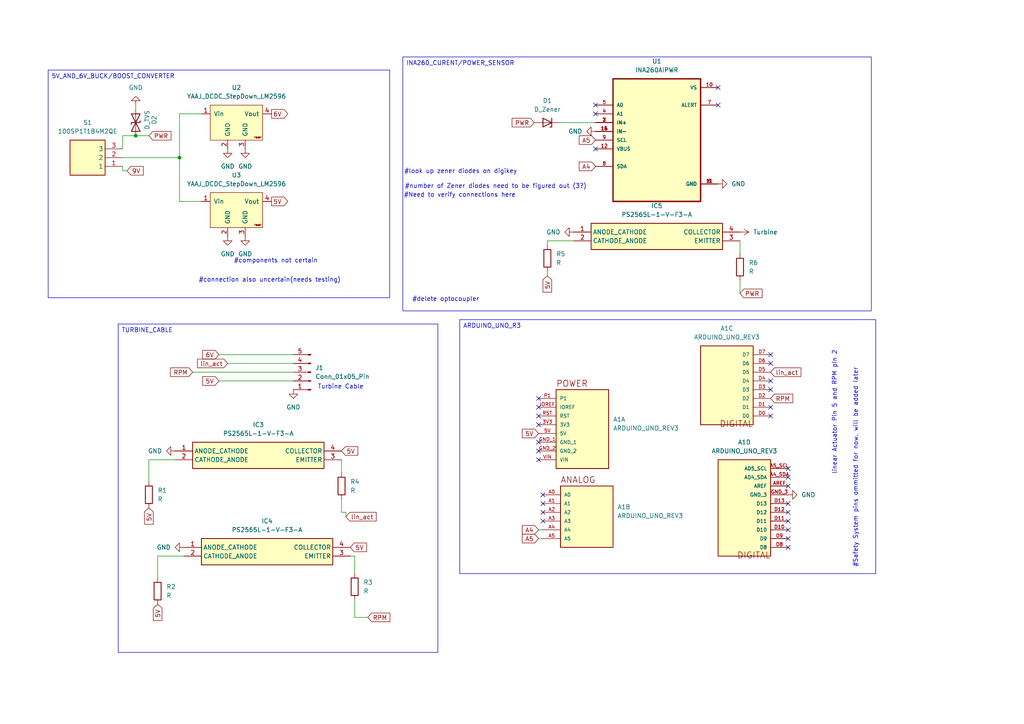
<source format=kicad_sch>
(kicad_sch (version 20250114) (generator "eeschema") (generator_version "9.0")
  (paper "A4")
  (lib_symbols
    (symbol "100SP1T1B4M2QE:100SP1T1B4M2QE"
      (property "Reference" "S" (at 16.51 7.62 0))
      (property "Value" "100SP1T1B4M2QE" (at 16.51 5.08 0))
      (symbol "100SP1T1B4M2QE_1_1"
        (rectangle (start 5.08 2.54) (end 15.24 -7.62) (stroke (width 0.254)) (fill (type background)))
        (pin passive line (at 0 0 0) (length 5.08) (name "1") (number "1"))
        (pin passive line (at 0 -2.54 0) (length 5.08) (name "2") (number "2"))
        (pin passive line (at 0 -5.08 0) (length 5.08) (name "3") (number "3"))
      )
    )
    (symbol "ARDUINO_UNO_REV3:ARDUINO_UNO_REV3" (pin_names (offset 1.016))
      (property "Reference" "A" (at -7.62 16.002 0))
      (property "Value" "ARDUINO_UNO_REV3" (at -7.62 -12.7 0))
      (symbol "ARDUINO_UNO_REV3_1_0"
        (rectangle (start -7.62 -10.16) (end 7.62 12.7) (stroke (width 0.254)) (fill (type background)))
        (text "POWER" (at -7.62 13.462 0) (effects (font (size 1.778 1.778)) (justify left bottom)))
        (pin bidirectional line (at -12.7 10.16 0) (length 5.08) (name "P1") (number "P1"))
        (pin bidirectional line (at -12.7 7.62 0) (length 5.08) (name "IOREF") (number "IOREF"))
        (pin bidirectional line (at -12.7 5.08 0) (length 5.08) (name "RST") (number "RST"))
        (pin power_in line (at -12.7 2.54 0) (length 5.08) (name "3V3") (number "3V3"))
        (pin power_in line (at -12.7 0 0) (length 5.08) (name "5V") (number "5V"))
        (pin power_in line (at -12.7 -2.54 0) (length 5.08) (name "GND_1") (number "GND_1"))
        (pin power_in line (at -12.7 -5.08 0) (length 5.08) (name "GND_2") (number "GND_2"))
        (pin power_in line (at -12.7 -7.62 0) (length 5.08) (name "VIN") (number "VIN"))
      )
      (symbol "ARDUINO_UNO_REV3_2_0"
        (rectangle (start -7.62 -10.16) (end 7.62 7.62) (stroke (width 0.254)) (fill (type background)))
        (text "ANALOG" (at -7.62 8.382 0) (effects (font (size 1.778 1.778)) (justify left bottom)))
        (pin bidirectional line (at -12.7 5.08 0) (length 5.08) (name "A0") (number "A0"))
        (pin bidirectional line (at -12.7 2.54 0) (length 5.08) (name "A1") (number "A1"))
        (pin bidirectional line (at -12.7 0 0) (length 5.08) (name "A2") (number "A2"))
        (pin bidirectional line (at -12.7 -2.54 0) (length 5.08) (name "A3") (number "A3"))
        (pin bidirectional line (at -12.7 -5.08 0) (length 5.08) (name "A4") (number "A4"))
        (pin bidirectional line (at -12.7 -7.62 0) (length 5.08) (name "A5") (number "A5"))
      )
      (symbol "ARDUINO_UNO_REV3_3_0"
        (rectangle (start -7.62 -12.7) (end 7.62 10.16) (stroke (width 0.254)) (fill (type background)))
        (text "DIGITAL" (at -7.62 10.922 0) (effects (font (size 1.778 1.778)) (justify left bottom)))
        (pin bidirectional line (at -12.7 7.62 0) (length 5.08) (name "D0") (number "D0"))
        (pin bidirectional line (at -12.7 5.08 0) (length 5.08) (name "D1") (number "D1"))
        (pin bidirectional line (at -12.7 2.54 0) (length 5.08) (name "D2") (number "D2"))
        (pin bidirectional line (at -12.7 0 0) (length 5.08) (name "D3") (number "D3"))
        (pin bidirectional line (at -12.7 -2.54 0) (length 5.08) (name "D4") (number "D4"))
        (pin bidirectional line (at -12.7 -5.08 0) (length 5.08) (name "D5") (number "D5"))
        (pin bidirectional line (at -12.7 -7.62 0) (length 5.08) (name "D6") (number "D6"))
        (pin bidirectional line (at -12.7 -10.16 0) (length 5.08) (name "D7") (number "D7"))
      )
      (symbol "ARDUINO_UNO_REV3_4_0"
        (rectangle (start -7.62 -15.24) (end 7.62 12.7) (stroke (width 0.254)) (fill (type background)))
        (text "DIGITAL" (at -7.62 13.462 0) (effects (font (size 1.778 1.778)) (justify left bottom)))
        (pin bidirectional line (at -12.7 10.16 0) (length 5.08) (name "D8") (number "D8"))
        (pin bidirectional line (at -12.7 7.62 0) (length 5.08) (name "D9") (number "D9"))
        (pin bidirectional line (at -12.7 5.08 0) (length 5.08) (name "D10") (number "D10"))
        (pin bidirectional line (at -12.7 2.54 0) (length 5.08) (name "D11") (number "D11"))
        (pin bidirectional line (at -12.7 0 0) (length 5.08) (name "D12") (number "D12"))
        (pin bidirectional line (at -12.7 -2.54 0) (length 5.08) (name "D13") (number "D13"))
        (pin power_in line (at -12.7 -5.08 0) (length 5.08) (name "GND_3") (number "GND_3"))
        (pin bidirectional line (at -12.7 -7.62 0) (length 5.08) (name "AREF") (number "AREF"))
        (pin bidirectional line (at -12.7 -10.16 0) (length 5.08) (name "AD4_SDA") (number "A4_SDA"))
        (pin bidirectional line (at -12.7 -12.7 0) (length 5.08) (name "AD5_SCL") (number "A5_SCL"))
      )
    )
    (symbol "Connector:Conn_01x05_Pin" (pin_names (offset 1.016) (hide yes))
      (property "Reference" "J" (at 0 7.62 0))
      (property "Value" "Conn_01x05_Pin" (at 0 -7.62 0))
      (symbol "Conn_01x05_Pin_1_1"
        (rectangle (start 0.8636 5.207) (end 0 4.953) (stroke (width 0.1524)) (fill (type outline)))
        (rectangle (start 0.8636 2.667) (end 0 2.413) (stroke (width 0.1524)) (fill (type outline)))
        (rectangle (start 0.8636 0.127) (end 0 -0.127) (stroke (width 0.1524)) (fill (type outline)))
        (rectangle (start 0.8636 -2.413) (end 0 -2.667) (stroke (width 0.1524)) (fill (type outline)))
        (rectangle (start 0.8636 -4.953) (end 0 -5.207) (stroke (width 0.1524)) (fill (type outline)))
        (polyline (pts (xy 1.27 5.08) (xy 0.8636 5.08)) (stroke (width 0.1524)))
        (polyline (pts (xy 1.27 2.54) (xy 0.8636 2.54)) (stroke (width 0.1524)))
        (polyline (pts (xy 1.27 0) (xy 0.8636 0)) (stroke (width 0.1524)))
        (polyline (pts (xy 1.27 -2.54) (xy 0.8636 -2.54)) (stroke (width 0.1524)))
        (polyline (pts (xy 1.27 -5.08) (xy 0.8636 -5.08)) (stroke (width 0.1524)))
        (pin passive line (at 5.08 5.08 180) (length 3.81) (name "Pin_1") (number "1"))
        (pin passive line (at 5.08 2.54 180) (length 3.81) (name "Pin_2") (number "2"))
        (pin passive line (at 5.08 0 180) (length 3.81) (name "Pin_3") (number "3"))
        (pin passive line (at 5.08 -2.54 180) (length 3.81) (name "Pin_4") (number "4"))
        (pin passive line (at 5.08 -5.08 180) (length 3.81) (name "Pin_5") (number "5"))
      )
    )
    (symbol "Device:D_TVS" (pin_numbers (hide yes)) (pin_names (offset 1.016) (hide yes))
      (property "Reference" "D" (at 0 2.54 0))
      (property "Value" "D_TVS" (at 0 -2.54 0))
      (symbol "D_TVS_0_1"
        (polyline (pts (xy -2.54 1.27) (xy -2.54 -1.27) (xy 2.54 1.27) (xy 2.54 -1.27) (xy -2.54 1.27)) (stroke (width 0.254)))
        (polyline (pts (xy 0.508 1.27) (xy 0 1.27) (xy 0 -1.27) (xy -0.508 -1.27)) (stroke (width 0.254)))
        (polyline (pts (xy 1.27 0) (xy -1.27 0)))
      )
      (symbol "D_TVS_1_1"
        (pin passive line (at -3.81 0 0) (length 2.54) (name "A1") (number "1"))
        (pin passive line (at 3.81 0 180) (length 2.54) (name "A2") (number "2"))
      )
    )
    (symbol "Device:D_Zener" (pin_numbers (hide yes)) (pin_names (offset 1.016) (hide yes))
      (property "Reference" "D" (at 0 2.54 0))
      (property "Value" "D_Zener" (at 0 -2.54 0))
      (symbol "D_Zener_0_1"
        (polyline (pts (xy -1.27 -1.27) (xy -1.27 1.27) (xy -0.762 1.27)) (stroke (width 0.254)))
        (polyline (pts (xy 1.27 0) (xy -1.27 0)))
        (polyline (pts (xy 1.27 -1.27) (xy 1.27 1.27) (xy -1.27 0) (xy 1.27 -1.27)) (stroke (width 0.254)))
      )
      (symbol "D_Zener_1_1"
        (pin passive line (at -3.81 0 0) (length 2.54) (name "K") (number "1"))
        (pin passive line (at 3.81 0 180) (length 2.54) (name "A") (number "2"))
      )
    )
    (symbol "Device:R" (pin_numbers (hide yes)) (pin_names (offset 0))
      (property "Reference" "R" (at 2.032 0 90))
      (property "Value" "R" (at 0 0 90))
      (symbol "R_0_1"
        (rectangle (start -1.016 -2.54) (end 1.016 2.54) (stroke (width 0.254)))
      )
      (symbol "R_1_1"
        (pin passive line (at 0 3.81 270) (length 1.27) (name "~") (number "1"))
        (pin passive line (at 0 -3.81 90) (length 1.27) (name "~") (number "2"))
      )
    )
    (symbol "INA260AIPWR:INA260AIPWR" (pin_names (offset 1.016))
      (property "Reference" "U" (at -12.7 18.78 0))
      (property "Value" "INA260AIPWR" (at -12.7 -21.78 0))
      (symbol "INA260AIPWR_0_0"
        (rectangle (start -12.7 -17.78) (end 12.7 17.78) (stroke (width 0.41)) (fill (type background)))
        (pin input line (at -17.78 10.16 0) (length 5.08) (name "A0") (number "5"))
        (pin input line (at -17.78 7.62 0) (length 5.08) (name "A1") (number "4"))
        (pin input line (at -17.78 5.08 0) (length 5.08) (name "IN+") (number "1"))
        (pin input line (at -17.78 5.08 0) (length 5.08) (name "IN+") (number "2"))
        (pin input line (at -17.78 5.08 0) (length 5.08) (name "IN+") (number "3"))
        (pin input line (at -17.78 2.54 0) (length 5.08) (name "IN-") (number "14"))
        (pin input line (at -17.78 2.54 0) (length 5.08) (name "IN-") (number "15"))
        (pin input line (at -17.78 2.54 0) (length 5.08) (name "IN-") (number "16"))
        (pin input line (at -17.78 0 0) (length 5.08) (name "SCL") (number "9"))
        (pin input line (at -17.78 -2.54 0) (length 5.08) (name "VBUS") (number "12"))
        (pin bidirectional line (at -17.78 -7.62 0) (length 5.08) (name "SDA") (number "8"))
        (pin power_in line (at 17.78 15.24 180) (length 5.08) (name "VS") (number "10"))
        (pin output line (at 17.78 10.16 180) (length 5.08) (name "ALERT") (number "7"))
        (pin power_in line (at 17.78 -12.7 180) (length 5.08) (name "GND") (number "11"))
        (pin power_in line (at 17.78 -12.7 180) (length 5.08) (name "GND") (number "6"))
      )
    )
    (symbol "LM2596:YAAJ_DCDC_StepDown_LM2596" (pin_names (offset 1.016))
      (property "Reference" "U" (at -5.08 6.35 0))
      (property "Value" "YAAJ_DCDC_StepDown_LM2596" (at 0 11.43 0))
      (symbol "YAAJ_DCDC_StepDown_LM2596_0_1"
        (rectangle (start -7.62 5.08) (end 7.62 -5.08) (fill (type background)))
      )
      (symbol "YAAJ_DCDC_StepDown_LM2596_1_1"
        (text "Y@@V" (at 6.1976 -4.2672 0) (effects (font (size 0.508 0.508))))
        (pin power_in line (at -10.16 2.54 0) (length 2.54) (name "Vin") (number "1"))
        (pin power_in line (at -2.54 -7.62 90) (length 2.54) (name "GND") (number "2"))
        (pin power_in line (at 2.54 -7.62 90) (length 2.54) (name "GND") (number "3"))
        (pin power_out line (at 10.16 2.54 180) (length 2.54) (name "Vout") (number "4"))
      )
    )
    (symbol "PS2565L-1-V-F3-A:PS2565L-1-V-F3-A"
      (property "Reference" "IC" (at 44.45 7.62 0))
      (property "Value" "PS2565L-1-V-F3-A" (at 44.45 5.08 0))
      (symbol "PS2565L-1-V-F3-A_1_1"
        (rectangle (start 5.08 2.54) (end 43.18 -5.08) (stroke (width 0.254)) (fill (type background)))
        (pin passive line (at 0 0 0) (length 5.08) (name "ANODE_CATHODE") (number "1"))
        (pin passive line (at 0 -2.54 0) (length 5.08) (name "CATHODE_ANODE") (number "2"))
        (pin passive line (at 48.26 0 180) (length 5.08) (name "COLLECTOR") (number "4"))
        (pin passive line (at 48.26 -2.54 180) (length 5.08) (name "EMITTER") (number "3"))
      )
    )
    (symbol "power:GND" (power) (pin_numbers (hide yes)) (pin_names (offset 0) (hide yes))
      (property "Value" "GND" (at 0 -3.81 0))
      (symbol "GND_0_1"
        (polyline (pts (xy 0 0) (xy 0 -1.27) (xy 1.27 -1.27) (xy 0 -2.54) (xy -1.27 -1.27) (xy 0 -1.27)))
      )
      (symbol "GND_1_1"
        (pin power_in line (at 0 0 270) (length 0) (name "~") (number "1"))
      )
    )
    (symbol "power:VDD" (power) (pin_numbers (hide yes)) (pin_names (offset 0) (hide yes))
      (property "Value" "VDD" (at 0 3.556 0))
      (symbol "VDD_0_1"
        (polyline (pts (xy -0.762 1.27) (xy 0 2.54)))
        (polyline (pts (xy 0 2.54) (xy 0.762 1.27)))
        (polyline (pts (xy 0 0) (xy 0 2.54)))
      )
      (symbol "VDD_1_1"
        (pin power_in line (at 0 0 90) (length 0) (name "~") (number "1"))
      )
    )
  )
  (text "#Safety System pins ommitted for now. will be added later" (at 248.158 135.636 90) (effects (font (size 1.27 1.27))))
  (text "#Need to verify connections here" (at 133.35 56.642 0) (effects (font (size 1.27 1.27))))
  (text "#connection also uncertain(needs testing)" (at 78.232 81.28 0) (effects (font (size 1.27 1.27))))
  (text "linear Actuator Pin 5 and RPM pin 2" (at 242.062 119.634 90) (effects (font (size 1.27 1.27))))
  (text "#look up zener diodes on digikey" (at 133.604 49.784 0) (effects (font (size 1.27 1.27))))
  (text "#delete optocoupler" (at 129.286 86.868 0) (effects (font (size 1.27 1.27))))
  (text "#number of Zener diodes need to be figured out (3?) " (at 144.272 54.102 0) (effects (font (size 1.27 1.27))))
  (text "Turbine Cable" (at 98.806 112.268 0) (effects (font (size 1.27 1.27))))
  (text "#components not certain" (at 80.01 75.692 0) (effects (font (size 1.27 1.27))))
  (text_box "TURBINE_CABLE" (at 34.29 93.98 0) (size 92.71 95.25) (margins 0.9525 0.9525 0.9525 0.9525) (effects (font (size 1.27 1.27)) (justify left top)))
  (text_box "ARDUINO_UNO_R3" (at 133.35 92.71 0) (size 120.65 73.66) (margins 0.9525 0.9525 0.9525 0.9525) (effects (font (size 1.27 1.27)) (justify left top)))
  (text_box "5V_AND_6V_BUCK/BOOST_CONVERTER" (at 13.97 20.32 0) (size 99.06 66.04) (margins 0.9525 0.9525 0.9525 0.9525) (effects (font (size 1.27 1.27)) (justify left top)))
  (text_box "INA260_CURENT/POWER_SENSOR" (at 116.84 16.51 0) (size 135.89 73.66) (margins 0.9525 0.9525 0.9525 0.9525) (effects (font (size 1.27 1.27)) (justify left top)))
  (junction (at 52.07 45.72))
  (junction (at 39.37 39.37))
  (no_connect (at 223.52 110.49))
  (no_connect (at 172.72 30.48))
  (no_connect (at 156.21 118.11))
  (no_connect (at 228.6 146.05))
  (no_connect (at 228.6 151.13))
  (no_connect (at 228.6 158.75))
  (no_connect (at 157.48 148.59))
  (no_connect (at 208.28 25.4))
  (no_connect (at 156.21 128.27))
  (no_connect (at 228.6 153.67))
  (no_connect (at 223.52 105.41))
  (no_connect (at 223.52 113.03))
  (no_connect (at 156.21 133.35))
  (no_connect (at 157.48 146.05))
  (no_connect (at 228.6 138.43))
  (no_connect (at 208.28 30.48))
  (no_connect (at 157.48 143.51))
  (no_connect (at 228.6 140.97))
  (no_connect (at 223.52 120.65))
  (no_connect (at 172.72 33.02))
  (no_connect (at 156.21 115.57))
  (no_connect (at 223.52 102.87))
  (no_connect (at 172.72 43.18))
  (no_connect (at 228.6 148.59))
  (no_connect (at 156.21 130.81))
  (no_connect (at 228.6 135.89))
  (no_connect (at 156.21 120.65))
  (no_connect (at 223.52 118.11))
  (no_connect (at 156.21 123.19))
  (no_connect (at 157.48 151.13))
  (no_connect (at 228.6 156.21))
  (wire (pts (xy 102.87 179.07) (xy 102.87 173.99)))
  (wire (pts (xy 45.72 161.29) (xy 45.72 167.64)))
  (wire (pts (xy 52.07 33.02) (xy 52.07 45.72)))
  (wire (pts (xy 36.83 49.53) (xy 35.56 49.53)))
  (wire (pts (xy 162.56 35.56) (xy 172.72 35.56)))
  (wire (pts (xy 85.09 105.41) (xy 66.04 105.41)))
  (wire (pts (xy 157.48 156.21) (xy 156.21 156.21)))
  (wire (pts (xy 100.33 149.86) (xy 100.33 148.59)))
  (wire (pts (xy 158.75 69.85) (xy 158.75 71.12)))
  (wire (pts (xy 157.48 153.67) (xy 156.21 153.67)))
  (wire (pts (xy 39.37 30.48) (xy 39.37 31.75)))
  (wire (pts (xy 50.8 133.35) (xy 43.18 133.35)))
  (wire (pts (xy 35.56 39.37) (xy 39.37 39.37)))
  (wire (pts (xy 214.63 73.66) (xy 214.63 69.85)))
  (wire (pts (xy 35.56 45.72) (xy 52.07 45.72)))
  (wire (pts (xy 52.07 58.42) (xy 52.07 45.72)))
  (wire (pts (xy 99.06 148.59) (xy 99.06 144.78)))
  (wire (pts (xy 100.33 148.59) (xy 99.06 148.59)))
  (wire (pts (xy 106.68 179.07) (xy 102.87 179.07)))
  (wire (pts (xy 58.42 58.42) (xy 52.07 58.42)))
  (wire (pts (xy 102.87 161.29) (xy 101.6 161.29)))
  (wire (pts (xy 85.09 110.49) (xy 63.5 110.49)))
  (wire (pts (xy 39.37 39.37) (xy 43.18 39.37)))
  (wire (pts (xy 35.56 39.37) (xy 35.56 43.18)))
  (wire (pts (xy 166.37 69.85) (xy 158.75 69.85)))
  (wire (pts (xy 214.63 85.09) (xy 214.63 81.28)))
  (wire (pts (xy 158.75 78.74) (xy 158.75 80.01)))
  (wire (pts (xy 55.88 107.95) (xy 85.09 107.95)))
  (wire (pts (xy 53.34 161.29) (xy 45.72 161.29)))
  (wire (pts (xy 85.09 102.87) (xy 63.5 102.87)))
  (wire (pts (xy 99.06 137.16) (xy 99.06 133.35)))
  (wire (pts (xy 52.07 33.02) (xy 58.42 33.02)))
  (wire (pts (xy 43.18 133.35) (xy 43.18 139.7)))
  (wire (pts (xy 102.87 166.37) (xy 102.87 161.29)))
  (wire (pts (xy 35.56 49.53) (xy 35.56 48.26)))
  (global_label "6V" (shape input) (at 63.5 102.87 180) (property "Intersheetrefs" "${INTERSHEET_REFS}" (effects (hide yes))))
  (global_label "A4" (shape input) (at 156.21 153.67 180) (property "Intersheetrefs" "${INTERSHEET_REFS}" (effects (hide yes))))
  (global_label "5V" (shape input) (at 99.06 130.81 0) (property "Intersheetrefs" "${INTERSHEET_REFS}" (effects (hide yes))))
  (global_label "9V" (shape input) (at 36.83 49.53 0) (property "Intersheetrefs" "${INTERSHEET_REFS}" (effects (hide yes))))
  (global_label "PWR" (shape input) (at 154.94 35.56 180) (property "Intersheetrefs" "${INTERSHEET_REFS}" (effects (hide yes))))
  (global_label "5V" (shape input) (at 156.21 125.73 180) (property "Intersheetrefs" "${INTERSHEET_REFS}" (effects (hide yes))))
  (global_label "lin_act" (shape input) (at 100.33 149.86 0) (property "Intersheetrefs" "${INTERSHEET_REFS}" (effects (hide yes))))
  (global_label "lin_act" (shape input) (at 223.52 107.95 0) (property "Intersheetrefs" "${INTERSHEET_REFS}" (effects (hide yes))))
  (global_label "5V" (shape output) (at 78.74 58.42 0) (property "Intersheetrefs" "${INTERSHEET_REFS}" (effects (hide yes))))
  (global_label "A4" (shape input) (at 172.72 48.26 180) (property "Intersheetrefs" "${INTERSHEET_REFS}" (effects (hide yes))))
  (global_label "5V" (shape input) (at 43.18 147.32 270) (property "Intersheetrefs" "${INTERSHEET_REFS}" (effects (hide yes))))
  (global_label "5V" (shape input) (at 45.72 175.26 270) (property "Intersheetrefs" "${INTERSHEET_REFS}" (effects (hide yes))))
  (global_label "lin_act" (shape input) (at 66.04 105.41 180) (property "Intersheetrefs" "${INTERSHEET_REFS}" (effects (hide yes))))
  (global_label "5V" (shape input) (at 63.5 110.49 180) (property "Intersheetrefs" "${INTERSHEET_REFS}" (effects (hide yes))))
  (global_label "RPM" (shape input) (at 106.68 179.07 0) (property "Intersheetrefs" "${INTERSHEET_REFS}" (effects (hide yes))))
  (global_label "PWR" (shape input) (at 214.63 85.09 0) (property "Intersheetrefs" "${INTERSHEET_REFS}" (effects (hide yes))))
  (global_label "6V" (shape output) (at 78.74 33.02 0) (property "Intersheetrefs" "${INTERSHEET_REFS}" (effects (hide yes))))
  (global_label "RPM" (shape input) (at 55.88 107.95 180) (property "Intersheetrefs" "${INTERSHEET_REFS}" (effects (hide yes))))
  (global_label "5V" (shape input) (at 158.75 80.01 270) (property "Intersheetrefs" "${INTERSHEET_REFS}" (effects (hide yes))))
  (global_label "5V" (shape input) (at 101.6 158.75 0) (property "Intersheetrefs" "${INTERSHEET_REFS}" (effects (hide yes))))
  (global_label "A5" (shape input) (at 156.21 156.21 180) (property "Intersheetrefs" "${INTERSHEET_REFS}" (effects (hide yes))))
  (global_label "A5" (shape input) (at 172.72 40.64 180) (property "Intersheetrefs" "${INTERSHEET_REFS}" (effects (hide yes))))
  (global_label "PWR" (shape input) (at 43.18 39.37 0) (property "Intersheetrefs" "${INTERSHEET_REFS}" (effects (hide yes))))
  (global_label "RPM" (shape input) (at 223.52 115.57 0) (property "Intersheetrefs" "${INTERSHEET_REFS}" (effects (hide yes))))
  (symbol (lib_id "PS2565L-1-V-F3-A:PS2565L-1-V-F3-A") (at 50.8 130.81 0) (unit 1)
    (property "Reference" "IC3" (at 74.93 123.19 0))
    (property "Value" "PS2565L-1-V-F3-A" (at 74.93 125.73 0))
    (property "Footprint" "footprints:DIP762W60P254L460H455Q4N" (effects (hide yes)))
    (property "Datasheet" "https://www.renesas.com/en-us/doc/YOUSYS/document/002/PN10236EJ05V0DS.pdf" (effects (hide yes)))
    (property "Description" "The PS2565-1 is optically coupled isolators containing GaAs light emitting diodes and an NPN silicon phototransistor. The PS2565-1 is in a plastic DIP (Dual In-line Package) and the PS2565L-1 is lead bending type (Gull-wing) for surface mount. The PS2565L1-1 is lead bending type for long creepage distance. The PS2565L2-1 is lead bending type for long creepage distance (Gull-wing) for surface mount." (effects (hide yes)))
    (property "Height" "3.8" (effects (hide yes)))
    (property "Manufacturer_Name" "Renesas Electronics" (effects (hide yes)))
    (property "Manufacturer_Part_Number" "PS2565L-1-V-F3-A" (effects (hide yes)))
    (property "Mouser Part Number" "968-PS2565L-1-V-F3-A" (effects (hide yes)))
    (property "Mouser Price/Stock" "https://www.mouser.com/Search/Refine.aspx?Keyword=968-PS2565L-1-V-F3-A" (effects (hide yes)))
    (property "Arrow Part Number" "PS2565L-1-V-F3-A" (effects (hide yes)))
    (property "Arrow Price/Stock" "https://www.arrow.com/en/products/ps2565l-1-v-f3-a/renesas-electronics" (effects (hide yes)))
  )
  (symbol (lib_id "Device:R") (at 99.06 140.97 0) (unit 1)
    (property "Reference" "R4" (at 101.6 139.6999 0) (effects (justify left)))
    (property "Value" "R" (at 101.6 142.2399 0) (effects (justify left)))
    (property "Footprint" "Resistor_SMD:R_0603_1608Metric" (effects (hide yes)))
    (property "Description" "Resistor" (effects (hide yes)))
  )
  (symbol (lib_id "power:GND") (at 50.8 130.81 270) (unit 1)
    (property "Reference" "#PWR011" (effects (hide yes)))
    (property "Value" "GND" (at 46.99 130.8099 90) (effects (justify right)))
    (property "Description" "Power symbol creates a global label with name \"GND\" , ground" (effects (hide yes)))
  )
  (symbol (lib_id "Device:D_TVS") (at 39.37 35.56 270) (mirror x) (unit 1)
    (property "Reference" "D2" (at 44.704 34.798 0))
    (property "Value" "D_TVS" (at 42.672 34.798 0))
    (property "Footprint" "footprints:DIOM4336X265N" (effects (hide yes)))
    (property "Description" "Bidirectional transient-voltage-suppression diode" (effects (hide yes)))
  )
  (symbol (lib_id "power:GND") (at 172.72 38.1 270) (unit 1)
    (property "Reference" "#PWR03" (effects (hide yes)))
    (property "Value" "GND" (at 168.91 38.0999 90) (effects (justify right)))
    (property "Description" "Power symbol creates a global label with name \"GND\" , ground" (effects (hide yes)))
  )
  (symbol (lib_id "Connector:Conn_01x05_Pin") (at 90.17 107.95 180) (unit 1)
    (property "Reference" "J1" (at 91.44 106.6799 0) (effects (justify right)))
    (property "Value" "Conn_01x05_Pin" (at 91.44 109.2199 0) (effects (justify right)))
    (property "Footprint" "Connector_PinHeader_2.54mm:PinHeader_1x05_P2.54mm_Horizontal" (effects (hide yes)))
    (property "Description" "Generic connector, single row, 01x05, script generated" (effects (hide yes)))
  )
  (symbol (lib_id "Device:R") (at 45.72 171.45 0) (unit 1)
    (property "Reference" "R2" (at 48.26 170.1799 0) (effects (justify left)))
    (property "Value" "R" (at 48.26 172.7199 0) (effects (justify left)))
    (property "Footprint" "Resistor_SMD:R_0603_1608Metric" (effects (hide yes)))
    (property "Description" "Resistor" (effects (hide yes)))
  )
  (symbol (lib_id "PS2565L-1-V-F3-A:PS2565L-1-V-F3-A") (at 166.37 67.31 0) (unit 1)
    (property "Reference" "IC5" (at 190.5 59.69 0))
    (property "Value" "PS2565L-1-V-F3-A" (at 190.5 62.23 0))
    (property "Footprint" "footprints:DIP762W60P254L460H455Q4N" (effects (hide yes)))
    (property "Datasheet" "https://www.renesas.com/en-us/doc/YOUSYS/document/002/PN10236EJ05V0DS.pdf" (effects (hide yes)))
    (property "Description" "The PS2565-1 is optically coupled isolators containing GaAs light emitting diodes and an NPN silicon phototransistor. The PS2565-1 is in a plastic DIP (Dual In-line Package) and the PS2565L-1 is lead bending type (Gull-wing) for surface mount. The PS2565L1-1 is lead bending type for long creepage distance. The PS2565L2-1 is lead bending type for long creepage distance (Gull-wing) for surface mount." (effects (hide yes)))
    (property "Height" "3.8" (effects (hide yes)))
    (property "Manufacturer_Name" "Renesas Electronics" (effects (hide yes)))
    (property "Manufacturer_Part_Number" "PS2565L-1-V-F3-A" (effects (hide yes)))
    (property "Mouser Part Number" "968-PS2565L-1-V-F3-A" (effects (hide yes)))
    (property "Mouser Price/Stock" "https://www.mouser.com/Search/Refine.aspx?Keyword=968-PS2565L-1-V-F3-A" (effects (hide yes)))
    (property "Arrow Part Number" "PS2565L-1-V-F3-A" (effects (hide yes)))
    (property "Arrow Price/Stock" "https://www.arrow.com/en/products/ps2565l-1-v-f3-a/renesas-electronics" (effects (hide yes)))
  )
  (symbol (lib_id "ARDUINO_UNO_REV3:ARDUINO_UNO_REV3") (at 168.91 125.73 0) (unit 1)
    (property "Reference" "A1" (at 177.8 121.6499 0) (effects (justify left)))
    (property "Value" "ARDUINO_UNO_REV3" (at 177.8 124.1899 0) (effects (justify left)))
    (property "Footprint" "Module:Arduino_UNO_R3" (effects (hide yes)))
    (property "MF" "Arduino" (effects (hide yes)))
    (property "MAXIMUM_PACKAGE_HEIGHT" "N/A" (effects (hide yes)))
    (property "Package" "Non-Standard Arduino" (effects (hide yes)))
    (property "Price" "None" (effects (hide yes)))
    (property "Check_prices" "https://www.snapeda.com/parts/Arduino%20Uno%20Rev3/Arduino/view-part/?ref=eda" (effects (hide yes)))
    (property "STANDARD" "Manufacturer Recommendations" (effects (hide yes)))
    (property "PARTREV" "N/A" (effects (hide yes)))
    (property "SnapEDA_Link" "https://www.snapeda.com/parts/Arduino%20Uno%20Rev3/Arduino/view-part/?ref=snap" (effects (hide yes)))
    (property "MP" "Arduino Uno Rev3" (effects (hide yes)))
    (property "Description_1" "\n                        \n                            Microcontroller board based on the ATmega328P.\n                        \n" (effects (hide yes)))
    (property "MANUFACTURER" "Arduino" (effects (hide yes)))
    (property "Availability" "Not in stock" (effects (hide yes)))
    (property "SNAPEDA_PN" "ARDUINO UNO REV3" (effects (hide yes)))
  )
  (symbol (lib_id "power:GND") (at 85.09 113.03 0) (unit 1)
    (property "Reference" "#PWR014" (effects (hide yes)))
    (property "Value" "GND" (at 85.09 118.11 0))
    (property "Description" "Power symbol creates a global label with name \"GND\" , ground" (effects (hide yes)))
  )
  (symbol (lib_id "power:GND") (at 166.37 67.31 270) (unit 1)
    (property "Reference" "#PWR015" (effects (hide yes)))
    (property "Value" "GND" (at 162.56 67.3099 90) (effects (justify right)))
    (property "Description" "Power symbol creates a global label with name \"GND\" , ground" (effects (hide yes)))
  )
  (symbol (lib_id "Device:R") (at 214.63 77.47 0) (unit 1)
    (property "Reference" "R6" (at 217.17 76.1999 0) (effects (justify left)))
    (property "Value" "R" (at 217.17 78.7399 0) (effects (justify left)))
    (property "Footprint" "Resistor_SMD:R_0603_1608Metric" (effects (hide yes)))
    (property "Description" "Resistor" (effects (hide yes)))
  )
  (symbol (lib_id "power:VDD") (at 214.63 67.31 270) (unit 1)
    (property "Reference" "#PWR08" (effects (hide yes)))
    (property "Value" "Turbine" (at 218.44 67.3099 90) (effects (justify left)))
    (property "Description" "Power symbol creates a global label with name \"VDD\"" (effects (hide yes)))
  )
  (symbol (lib_id "power:GND") (at 39.37 30.48 180) (unit 1)
    (property "Reference" "#PWR01" (effects (hide yes)))
    (property "Value" "GND" (at 39.37 25.4 0))
    (property "Description" "Power symbol creates a global label with name \"GND\" , ground" (effects (hide yes)))
  )
  (symbol (lib_id "power:GND") (at 208.28 53.34 90) (unit 1)
    (property "Reference" "#PWR09" (effects (hide yes)))
    (property "Value" "GND" (at 212.09 53.3399 90) (effects (justify right)))
    (property "Description" "Power symbol creates a global label with name \"GND\" , ground" (effects (hide yes)))
  )
  (symbol (lib_id "PS2565L-1-V-F3-A:PS2565L-1-V-F3-A") (at 53.34 158.75 0) (unit 1)
    (property "Reference" "IC4" (at 77.47 151.13 0))
    (property "Value" "PS2565L-1-V-F3-A" (at 77.47 153.67 0))
    (property "Footprint" "footprints:DIP762W60P254L460H455Q4N" (effects (hide yes)))
    (property "Datasheet" "https://www.renesas.com/en-us/doc/YOUSYS/document/002/PN10236EJ05V0DS.pdf" (effects (hide yes)))
    (property "Description" "The PS2565-1 is optically coupled isolators containing GaAs light emitting diodes and an NPN silicon phototransistor. The PS2565-1 is in a plastic DIP (Dual In-line Package) and the PS2565L-1 is lead bending type (Gull-wing) for surface mount. The PS2565L1-1 is lead bending type for long creepage distance. The PS2565L2-1 is lead bending type for long creepage distance (Gull-wing) for surface mount." (effects (hide yes)))
    (property "Height" "3.8" (effects (hide yes)))
    (property "Manufacturer_Name" "Renesas Electronics" (effects (hide yes)))
    (property "Manufacturer_Part_Number" "PS2565L-1-V-F3-A" (effects (hide yes)))
    (property "Mouser Part Number" "968-PS2565L-1-V-F3-A" (effects (hide yes)))
    (property "Mouser Price/Stock" "https://www.mouser.com/Search/Refine.aspx?Keyword=968-PS2565L-1-V-F3-A" (effects (hide yes)))
    (property "Arrow Part Number" "PS2565L-1-V-F3-A" (effects (hide yes)))
    (property "Arrow Price/Stock" "https://www.arrow.com/en/products/ps2565l-1-v-f3-a/renesas-electronics" (effects (hide yes)))
  )
  (symbol (lib_id "Device:R") (at 158.75 74.93 0) (unit 1)
    (property "Reference" "R5" (at 161.29 73.6599 0) (effects (justify left)))
    (property "Value" "R" (at 161.29 76.1999 0) (effects (justify left)))
    (property "Footprint" "Resistor_SMD:R_0603_1608Metric" (effects (hide yes)))
    (property "Description" "Resistor" (effects (hide yes)))
  )
  (symbol (lib_id "Device:D_Zener") (at 158.75 35.56 180) (unit 1)
    (property "Reference" "D1" (at 158.75 29.21 0))
    (property "Value" "D_Zener" (at 158.75 31.75 0))
    (property "Description" "Zener diode" (effects (hide yes)))
  )
  (symbol (lib_id "power:GND") (at 228.6 143.51 90) (unit 1)
    (property "Reference" "#PWR013" (effects (hide yes)))
    (property "Value" "GND" (at 232.41 143.5099 90) (effects (justify right)))
    (property "Description" "Power symbol creates a global label with name \"GND\" , ground" (effects (hide yes)))
  )
  (symbol (lib_id "power:GND") (at 71.12 68.58 0) (unit 1)
    (property "Reference" "#PWR04" (effects (hide yes)))
    (property "Value" "GND" (at 71.12 73.66 0))
    (property "Description" "Power symbol creates a global label with name \"GND\" , ground" (effects (hide yes)))
  )
  (symbol (lib_id "Device:R") (at 43.18 143.51 0) (unit 1)
    (property "Reference" "R1" (at 45.72 142.2399 0) (effects (justify left)))
    (property "Value" "R" (at 45.72 144.7799 0) (effects (justify left)))
    (property "Footprint" "Resistor_SMD:R_0603_1608Metric" (effects (hide yes)))
    (property "Description" "Resistor" (effects (hide yes)))
  )
  (symbol (lib_id "power:GND") (at 66.04 43.18 0) (unit 1)
    (property "Reference" "#PWR017" (effects (hide yes)))
    (property "Value" "GND" (at 66.04 48.26 0))
    (property "Description" "Power symbol creates a global label with name \"GND\" , ground" (effects (hide yes)))
  )
  (symbol (lib_id "Device:R") (at 102.87 170.18 0) (unit 1)
    (property "Reference" "R3" (at 105.41 168.9099 0) (effects (justify left)))
    (property "Value" "R" (at 105.41 171.4499 0) (effects (justify left)))
    (property "Footprint" "Resistor_SMD:R_0603_1608Metric" (effects (hide yes)))
    (property "Description" "Resistor" (effects (hide yes)))
  )
  (symbol (lib_id "INA260AIPWR:INA260AIPWR") (at 190.5 40.64 0) (unit 1)
    (property "Reference" "U1" (at 190.5 17.78 0))
    (property "Value" "INA260AIPWR" (at 190.5 20.32 0))
    (property "Footprint" "wsg_fp:SOP65P490X110-8N" (effects (hide yes)))
    (property "MF" "Texas Instruments" (effects (hide yes)))
    (property "Description_1" "\n                        \n                            36V, 16-bit, precision i2c output current/voltage/power monitor w/ int. shunt resistor\n                        \n" (effects (hide yes)))
    (property "Package" "TSSOP-16 Texas Instruments" (effects (hide yes)))
    (property "Price" "None" (effects (hide yes)))
    (property "SnapEDA_Link" "https://www.snapeda.com/parts/INA260AIPWR/Texas+Instruments/view-part/?ref=snap" (effects (hide yes)))
    (property "MP" "INA260AIPWR" (effects (hide yes)))
    (property "Availability" "In Stock" (effects (hide yes)))
    (property "Check_prices" "https://www.snapeda.com/parts/INA260AIPWR/Texas+Instruments/view-part/?ref=eda" (effects (hide yes)))
  )
  (symbol (lib_id "LM2596:YAAJ_DCDC_StepDown_LM2596") (at 68.58 60.96 0) (unit 1)
    (property "Reference" "U3" (at 68.58 50.8 0))
    (property "Value" "YAAJ_DCDC_StepDown_LM2596" (at 68.58 53.34 0))
    (property "Footprint" "footprints:TO263-5" (effects (hide yes)))
    (property "Description" "module : adjustable step down module 3.2V-40V to 1.25V-35V 3A" (effects (hide yes)))
  )
  (symbol (lib_id "ARDUINO_UNO_REV3:ARDUINO_UNO_REV3") (at 210.82 113.03 180) (unit 3)
    (property "Reference" "A1" (at 210.82 95.25 0))
    (property "Value" "ARDUINO_UNO_REV3" (at 210.82 97.79 0))
    (property "Footprint" "Module:Arduino_UNO_R3" (effects (hide yes)))
    (property "MF" "Arduino" (effects (hide yes)))
    (property "MAXIMUM_PACKAGE_HEIGHT" "N/A" (effects (hide yes)))
    (property "Package" "Non-Standard Arduino" (effects (hide yes)))
    (property "Price" "None" (effects (hide yes)))
    (property "Check_prices" "https://www.snapeda.com/parts/Arduino%20Uno%20Rev3/Arduino/view-part/?ref=eda" (effects (hide yes)))
    (property "STANDARD" "Manufacturer Recommendations" (effects (hide yes)))
    (property "PARTREV" "N/A" (effects (hide yes)))
    (property "SnapEDA_Link" "https://www.snapeda.com/parts/Arduino%20Uno%20Rev3/Arduino/view-part/?ref=snap" (effects (hide yes)))
    (property "MP" "Arduino Uno Rev3" (effects (hide yes)))
    (property "Description_1" "\n                        \n                            Microcontroller board based on the ATmega328P.\n                        \n" (effects (hide yes)))
    (property "MANUFACTURER" "Arduino" (effects (hide yes)))
    (property "Availability" "Not in stock" (effects (hide yes)))
    (property "SNAPEDA_PN" "ARDUINO UNO REV3" (effects (hide yes)))
  )
  (symbol (lib_id "ARDUINO_UNO_REV3:ARDUINO_UNO_REV3") (at 215.9 148.59 180) (unit 4)
    (property "Reference" "A1" (at 215.9 128.27 0))
    (property "Value" "ARDUINO_UNO_REV3" (at 215.9 130.81 0))
    (property "Footprint" "Module:Arduino_UNO_R3" (effects (hide yes)))
    (property "MF" "Arduino" (effects (hide yes)))
    (property "MAXIMUM_PACKAGE_HEIGHT" "N/A" (effects (hide yes)))
    (property "Package" "Non-Standard Arduino" (effects (hide yes)))
    (property "Price" "None" (effects (hide yes)))
    (property "Check_prices" "https://www.snapeda.com/parts/Arduino%20Uno%20Rev3/Arduino/view-part/?ref=eda" (effects (hide yes)))
    (property "STANDARD" "Manufacturer Recommendations" (effects (hide yes)))
    (property "PARTREV" "N/A" (effects (hide yes)))
    (property "SnapEDA_Link" "https://www.snapeda.com/parts/Arduino%20Uno%20Rev3/Arduino/view-part/?ref=snap" (effects (hide yes)))
    (property "MP" "Arduino Uno Rev3" (effects (hide yes)))
    (property "Description_1" "\n                        \n                            Microcontroller board based on the ATmega328P.\n                        \n" (effects (hide yes)))
    (property "MANUFACTURER" "Arduino" (effects (hide yes)))
    (property "Availability" "Not in stock" (effects (hide yes)))
    (property "SNAPEDA_PN" "ARDUINO UNO REV3" (effects (hide yes)))
  )
  (symbol (lib_id "LM2596:YAAJ_DCDC_StepDown_LM2596") (at 68.58 35.56 0) (unit 1)
    (property "Reference" "U2" (at 68.58 25.4 0))
    (property "Value" "YAAJ_DCDC_StepDown_LM2596" (at 68.58 27.94 0))
    (property "Footprint" "footprints:TO263-5" (effects (hide yes)))
    (property "Description" "module : adjustable step down module 3.2V-40V to 1.25V-35V 3A" (effects (hide yes)))
  )
  (symbol (lib_id "power:GND") (at 71.12 43.18 0) (unit 1)
    (property "Reference" "#PWR016" (effects (hide yes)))
    (property "Value" "GND" (at 71.12 48.26 0))
    (property "Description" "Power symbol creates a global label with name \"GND\" , ground" (effects (hide yes)))
  )
  (symbol (lib_id "power:GND") (at 53.34 158.75 270) (unit 1)
    (property "Reference" "#PWR012" (effects (hide yes)))
    (property "Value" "GND" (at 49.53 158.7499 90) (effects (justify right)))
    (property "Description" "Power symbol creates a global label with name \"GND\" , ground" (effects (hide yes)))
  )
  (symbol (lib_id "ARDUINO_UNO_REV3:ARDUINO_UNO_REV3") (at 170.18 148.59 0) (unit 2)
    (property "Reference" "A1" (at 179.07 147.0499 0) (effects (justify left)))
    (property "Value" "ARDUINO_UNO_REV3" (at 179.07 149.5899 0) (effects (justify left)))
    (property "Footprint" "Module:Arduino_UNO_R3" (effects (hide yes)))
    (property "MF" "Arduino" (effects (hide yes)))
    (property "MAXIMUM_PACKAGE_HEIGHT" "N/A" (effects (hide yes)))
    (property "Package" "Non-Standard Arduino" (effects (hide yes)))
    (property "Price" "None" (effects (hide yes)))
    (property "Check_prices" "https://www.snapeda.com/parts/Arduino%20Uno%20Rev3/Arduino/view-part/?ref=eda" (effects (hide yes)))
    (property "STANDARD" "Manufacturer Recommendations" (effects (hide yes)))
    (property "PARTREV" "N/A" (effects (hide yes)))
    (property "SnapEDA_Link" "https://www.snapeda.com/parts/Arduino%20Uno%20Rev3/Arduino/view-part/?ref=snap" (effects (hide yes)))
    (property "MP" "Arduino Uno Rev3" (effects (hide yes)))
    (property "Description_1" "\n                        \n                            Microcontroller board based on the ATmega328P.\n                        \n" (effects (hide yes)))
    (property "MANUFACTURER" "Arduino" (effects (hide yes)))
    (property "Availability" "Not in stock" (effects (hide yes)))
    (property "SNAPEDA_PN" "ARDUINO UNO REV3" (effects (hide yes)))
  )
  (symbol (lib_id "100SP1T1B4M2QE:100SP1T1B4M2QE") (at 35.56 48.26 180) (unit 1)
    (property "Reference" "S1" (at 25.4 35.56 0))
    (property "Value" "100SP1T1B4M2QE" (at 25.4 38.1 0))
    (property "Footprint" "footprints:100SP1T1B4M2QE" (effects (hide yes)))
    (property "Datasheet" "https://configured-product-images.s3.amazonaws.com/2D/specs/100SP1T1B4M2QE.pdf" (effects (hide yes)))
    (property "Description" "TOGGLE, 5A, 120VAC/28VDC SPDT, On-On Through Hole" (effects (hide yes)))
    (property "Height" "28" (effects (hide yes)))
    (property "Mouser Part Number" "612-100-A1421" (effects (hide yes)))
    (property "Mouser Price/Stock" "https://www.mouser.co.uk/ProductDetail/E-Switch/100SP1T1B4M2QE?qs=YXf4ACKMM4xJ0mJK%2FyIa1g%3D%3D" (effects (hide yes)))
    (property "Manufacturer_Name" "E-Switch" (effects (hide yes)))
    (property "Manufacturer_Part_Number" "100SP1T1B4M2QE" (effects (hide yes)))
  )
  (symbol (lib_id "power:GND") (at 66.04 68.58 0) (unit 1)
    (property "Reference" "#PWR02" (effects (hide yes)))
    (property "Value" "GND" (at 66.04 73.66 0))
    (property "Description" "Power symbol creates a global label with name \"GND\" , ground" (effects (hide yes)))
  )
)
</source>
